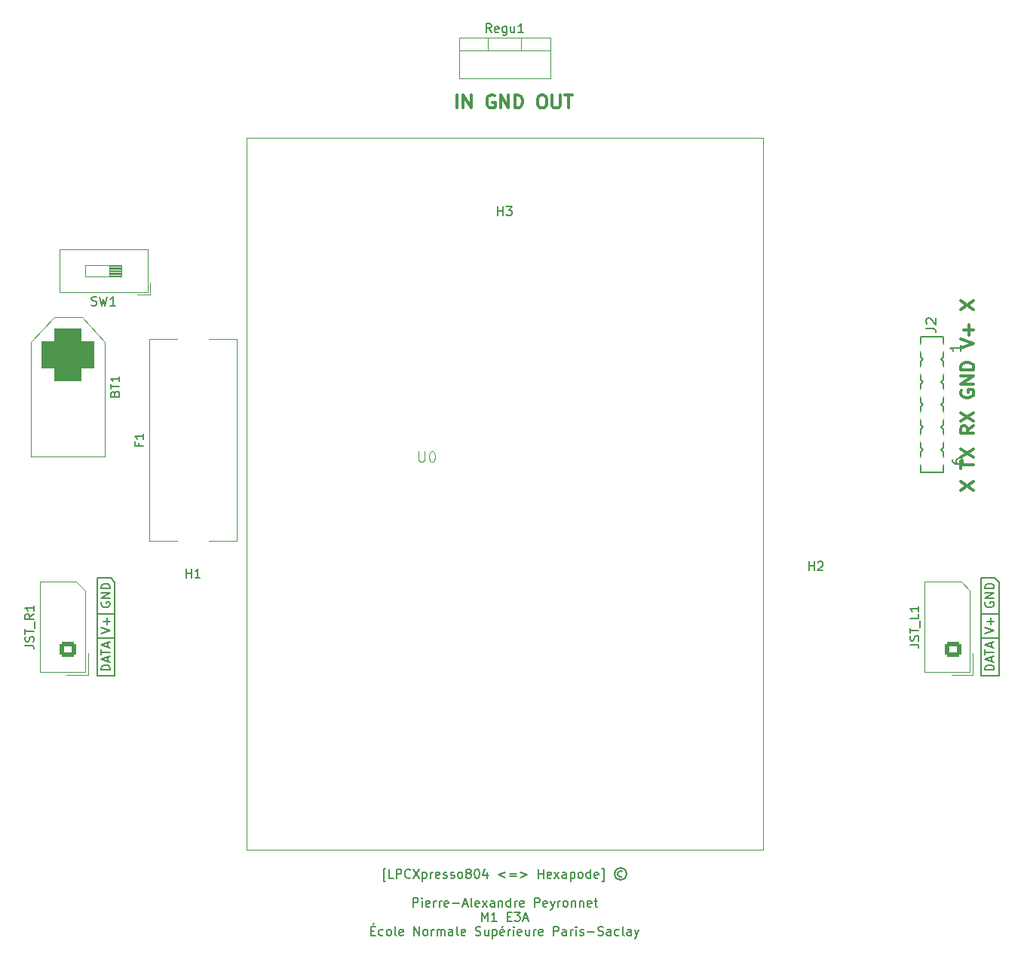
<source format=gto>
G04 #@! TF.GenerationSoftware,KiCad,Pcbnew,(6.0.0)*
G04 #@! TF.CreationDate,2022-05-25T15:36:50+02:00*
G04 #@! TF.ProjectId,CarteUE441_v2,43617274-6555-4453-9434-315f76322e6b,rev?*
G04 #@! TF.SameCoordinates,Original*
G04 #@! TF.FileFunction,Legend,Top*
G04 #@! TF.FilePolarity,Positive*
%FSLAX46Y46*%
G04 Gerber Fmt 4.6, Leading zero omitted, Abs format (unit mm)*
G04 Created by KiCad (PCBNEW (6.0.0)) date 2022-05-25 15:36:50*
%MOMM*%
%LPD*%
G01*
G04 APERTURE LIST*
G04 Aperture macros list*
%AMRoundRect*
0 Rectangle with rounded corners*
0 $1 Rounding radius*
0 $2 $3 $4 $5 $6 $7 $8 $9 X,Y pos of 4 corners*
0 Add a 4 corners polygon primitive as box body*
4,1,4,$2,$3,$4,$5,$6,$7,$8,$9,$2,$3,0*
0 Add four circle primitives for the rounded corners*
1,1,$1+$1,$2,$3*
1,1,$1+$1,$4,$5*
1,1,$1+$1,$6,$7*
1,1,$1+$1,$8,$9*
0 Add four rect primitives between the rounded corners*
20,1,$1+$1,$2,$3,$4,$5,0*
20,1,$1+$1,$4,$5,$6,$7,0*
20,1,$1+$1,$6,$7,$8,$9,0*
20,1,$1+$1,$8,$9,$2,$3,0*%
G04 Aperture macros list end*
%ADD10C,0.300000*%
%ADD11C,0.150000*%
%ADD12C,0.127000*%
%ADD13C,0.101600*%
%ADD14C,0.152400*%
%ADD15C,0.120000*%
%ADD16O,2.844800X1.524000*%
%ADD17R,1.905000X2.000000*%
%ADD18O,1.905000X2.000000*%
%ADD19O,2.619200X1.411200*%
%ADD20C,5.400000*%
%ADD21R,1.600000X1.600000*%
%ADD22O,1.600000X1.600000*%
%ADD23C,2.700000*%
%ADD24C,3.000000*%
%ADD25RoundRect,1.500000X-1.500000X1.500000X-1.500000X-1.500000X1.500000X-1.500000X1.500000X1.500000X0*%
%ADD26C,6.000000*%
%ADD27RoundRect,0.250000X0.675000X-0.600000X0.675000X0.600000X-0.675000X0.600000X-0.675000X-0.600000X0*%
%ADD28O,1.850000X1.700000*%
G04 APERTURE END LIST*
D10*
X192178571Y-102678571D02*
X193678571Y-101678571D01*
X192178571Y-101678571D02*
X193678571Y-102678571D01*
X192178571Y-100178571D02*
X192178571Y-99321428D01*
X193678571Y-99750000D02*
X192178571Y-99750000D01*
X192178571Y-98964285D02*
X193678571Y-97964285D01*
X192178571Y-97964285D02*
X193678571Y-98964285D01*
X193678571Y-95392857D02*
X192964285Y-95892857D01*
X193678571Y-96250000D02*
X192178571Y-96250000D01*
X192178571Y-95678571D01*
X192250000Y-95535714D01*
X192321428Y-95464285D01*
X192464285Y-95392857D01*
X192678571Y-95392857D01*
X192821428Y-95464285D01*
X192892857Y-95535714D01*
X192964285Y-95678571D01*
X192964285Y-96250000D01*
X192178571Y-94892857D02*
X193678571Y-93892857D01*
X192178571Y-93892857D02*
X193678571Y-94892857D01*
X192250000Y-91392857D02*
X192178571Y-91535714D01*
X192178571Y-91750000D01*
X192250000Y-91964285D01*
X192392857Y-92107142D01*
X192535714Y-92178571D01*
X192821428Y-92250000D01*
X193035714Y-92250000D01*
X193321428Y-92178571D01*
X193464285Y-92107142D01*
X193607142Y-91964285D01*
X193678571Y-91750000D01*
X193678571Y-91607142D01*
X193607142Y-91392857D01*
X193535714Y-91321428D01*
X193035714Y-91321428D01*
X193035714Y-91607142D01*
X193678571Y-90678571D02*
X192178571Y-90678571D01*
X193678571Y-89821428D01*
X192178571Y-89821428D01*
X193678571Y-89107142D02*
X192178571Y-89107142D01*
X192178571Y-88750000D01*
X192250000Y-88535714D01*
X192392857Y-88392857D01*
X192535714Y-88321428D01*
X192821428Y-88250000D01*
X193035714Y-88250000D01*
X193321428Y-88321428D01*
X193464285Y-88392857D01*
X193607142Y-88535714D01*
X193678571Y-88750000D01*
X193678571Y-89107142D01*
X192178571Y-86678571D02*
X193678571Y-86178571D01*
X192178571Y-85678571D01*
X193107142Y-85178571D02*
X193107142Y-84035714D01*
X193678571Y-84607142D02*
X192535714Y-84607142D01*
X192178571Y-82321428D02*
X193678571Y-81321428D01*
X192178571Y-81321428D02*
X193678571Y-82321428D01*
X135642857Y-59678571D02*
X135642857Y-58178571D01*
X136357142Y-59678571D02*
X136357142Y-58178571D01*
X137214285Y-59678571D01*
X137214285Y-58178571D01*
X139857142Y-58250000D02*
X139714285Y-58178571D01*
X139500000Y-58178571D01*
X139285714Y-58250000D01*
X139142857Y-58392857D01*
X139071428Y-58535714D01*
X139000000Y-58821428D01*
X139000000Y-59035714D01*
X139071428Y-59321428D01*
X139142857Y-59464285D01*
X139285714Y-59607142D01*
X139500000Y-59678571D01*
X139642857Y-59678571D01*
X139857142Y-59607142D01*
X139928571Y-59535714D01*
X139928571Y-59035714D01*
X139642857Y-59035714D01*
X140571428Y-59678571D02*
X140571428Y-58178571D01*
X141428571Y-59678571D01*
X141428571Y-58178571D01*
X142142857Y-59678571D02*
X142142857Y-58178571D01*
X142500000Y-58178571D01*
X142714285Y-58250000D01*
X142857142Y-58392857D01*
X142928571Y-58535714D01*
X143000000Y-58821428D01*
X143000000Y-59035714D01*
X142928571Y-59321428D01*
X142857142Y-59464285D01*
X142714285Y-59607142D01*
X142500000Y-59678571D01*
X142142857Y-59678571D01*
X145071428Y-58178571D02*
X145357142Y-58178571D01*
X145500000Y-58250000D01*
X145642857Y-58392857D01*
X145714285Y-58678571D01*
X145714285Y-59178571D01*
X145642857Y-59464285D01*
X145500000Y-59607142D01*
X145357142Y-59678571D01*
X145071428Y-59678571D01*
X144928571Y-59607142D01*
X144785714Y-59464285D01*
X144714285Y-59178571D01*
X144714285Y-58678571D01*
X144785714Y-58392857D01*
X144928571Y-58250000D01*
X145071428Y-58178571D01*
X146357142Y-58178571D02*
X146357142Y-59392857D01*
X146428571Y-59535714D01*
X146500000Y-59607142D01*
X146642857Y-59678571D01*
X146928571Y-59678571D01*
X147071428Y-59607142D01*
X147142857Y-59535714D01*
X147214285Y-59392857D01*
X147214285Y-58178571D01*
X147714285Y-58178571D02*
X148571428Y-58178571D01*
X148142857Y-59678571D02*
X148142857Y-58178571D01*
D11*
X196000000Y-112500000D02*
X196500000Y-113000000D01*
X97250000Y-113000000D02*
X97250000Y-123500000D01*
X97250000Y-116500000D02*
X95250000Y-116500000D01*
X194500000Y-112500000D02*
X196000000Y-112500000D01*
X196500000Y-119250000D02*
X196500000Y-116500000D01*
X95250000Y-123500000D02*
X95250000Y-112500000D01*
X95250000Y-112500000D02*
X96750000Y-112500000D01*
X194500000Y-119250000D02*
X196500000Y-119250000D01*
X97250000Y-123500000D02*
X95250000Y-123500000D01*
X194500000Y-123500000D02*
X194500000Y-112500000D01*
X96750000Y-112500000D02*
X97250000Y-113000000D01*
X95250000Y-119250000D02*
X97250000Y-119250000D01*
X196500000Y-116500000D02*
X194500000Y-116500000D01*
X196500000Y-123500000D02*
X194500000Y-123500000D01*
X196500000Y-113000000D02*
X196500000Y-123500000D01*
X127642857Y-146565714D02*
X127404761Y-146565714D01*
X127404761Y-145137142D01*
X127642857Y-145137142D01*
X128500000Y-146232380D02*
X128023809Y-146232380D01*
X128023809Y-145232380D01*
X128833333Y-146232380D02*
X128833333Y-145232380D01*
X129214285Y-145232380D01*
X129309523Y-145280000D01*
X129357142Y-145327619D01*
X129404761Y-145422857D01*
X129404761Y-145565714D01*
X129357142Y-145660952D01*
X129309523Y-145708571D01*
X129214285Y-145756190D01*
X128833333Y-145756190D01*
X130404761Y-146137142D02*
X130357142Y-146184761D01*
X130214285Y-146232380D01*
X130119047Y-146232380D01*
X129976190Y-146184761D01*
X129880952Y-146089523D01*
X129833333Y-145994285D01*
X129785714Y-145803809D01*
X129785714Y-145660952D01*
X129833333Y-145470476D01*
X129880952Y-145375238D01*
X129976190Y-145280000D01*
X130119047Y-145232380D01*
X130214285Y-145232380D01*
X130357142Y-145280000D01*
X130404761Y-145327619D01*
X130738095Y-145232380D02*
X131404761Y-146232380D01*
X131404761Y-145232380D02*
X130738095Y-146232380D01*
X131785714Y-145565714D02*
X131785714Y-146565714D01*
X131785714Y-145613333D02*
X131880952Y-145565714D01*
X132071428Y-145565714D01*
X132166666Y-145613333D01*
X132214285Y-145660952D01*
X132261904Y-145756190D01*
X132261904Y-146041904D01*
X132214285Y-146137142D01*
X132166666Y-146184761D01*
X132071428Y-146232380D01*
X131880952Y-146232380D01*
X131785714Y-146184761D01*
X132690476Y-146232380D02*
X132690476Y-145565714D01*
X132690476Y-145756190D02*
X132738095Y-145660952D01*
X132785714Y-145613333D01*
X132880952Y-145565714D01*
X132976190Y-145565714D01*
X133690476Y-146184761D02*
X133595238Y-146232380D01*
X133404761Y-146232380D01*
X133309523Y-146184761D01*
X133261904Y-146089523D01*
X133261904Y-145708571D01*
X133309523Y-145613333D01*
X133404761Y-145565714D01*
X133595238Y-145565714D01*
X133690476Y-145613333D01*
X133738095Y-145708571D01*
X133738095Y-145803809D01*
X133261904Y-145899047D01*
X134119047Y-146184761D02*
X134214285Y-146232380D01*
X134404761Y-146232380D01*
X134500000Y-146184761D01*
X134547619Y-146089523D01*
X134547619Y-146041904D01*
X134500000Y-145946666D01*
X134404761Y-145899047D01*
X134261904Y-145899047D01*
X134166666Y-145851428D01*
X134119047Y-145756190D01*
X134119047Y-145708571D01*
X134166666Y-145613333D01*
X134261904Y-145565714D01*
X134404761Y-145565714D01*
X134500000Y-145613333D01*
X134928571Y-146184761D02*
X135023809Y-146232380D01*
X135214285Y-146232380D01*
X135309523Y-146184761D01*
X135357142Y-146089523D01*
X135357142Y-146041904D01*
X135309523Y-145946666D01*
X135214285Y-145899047D01*
X135071428Y-145899047D01*
X134976190Y-145851428D01*
X134928571Y-145756190D01*
X134928571Y-145708571D01*
X134976190Y-145613333D01*
X135071428Y-145565714D01*
X135214285Y-145565714D01*
X135309523Y-145613333D01*
X135928571Y-146232380D02*
X135833333Y-146184761D01*
X135785714Y-146137142D01*
X135738095Y-146041904D01*
X135738095Y-145756190D01*
X135785714Y-145660952D01*
X135833333Y-145613333D01*
X135928571Y-145565714D01*
X136071428Y-145565714D01*
X136166666Y-145613333D01*
X136214285Y-145660952D01*
X136261904Y-145756190D01*
X136261904Y-146041904D01*
X136214285Y-146137142D01*
X136166666Y-146184761D01*
X136071428Y-146232380D01*
X135928571Y-146232380D01*
X136833333Y-145660952D02*
X136738095Y-145613333D01*
X136690476Y-145565714D01*
X136642857Y-145470476D01*
X136642857Y-145422857D01*
X136690476Y-145327619D01*
X136738095Y-145280000D01*
X136833333Y-145232380D01*
X137023809Y-145232380D01*
X137119047Y-145280000D01*
X137166666Y-145327619D01*
X137214285Y-145422857D01*
X137214285Y-145470476D01*
X137166666Y-145565714D01*
X137119047Y-145613333D01*
X137023809Y-145660952D01*
X136833333Y-145660952D01*
X136738095Y-145708571D01*
X136690476Y-145756190D01*
X136642857Y-145851428D01*
X136642857Y-146041904D01*
X136690476Y-146137142D01*
X136738095Y-146184761D01*
X136833333Y-146232380D01*
X137023809Y-146232380D01*
X137119047Y-146184761D01*
X137166666Y-146137142D01*
X137214285Y-146041904D01*
X137214285Y-145851428D01*
X137166666Y-145756190D01*
X137119047Y-145708571D01*
X137023809Y-145660952D01*
X137833333Y-145232380D02*
X137928571Y-145232380D01*
X138023809Y-145280000D01*
X138071428Y-145327619D01*
X138119047Y-145422857D01*
X138166666Y-145613333D01*
X138166666Y-145851428D01*
X138119047Y-146041904D01*
X138071428Y-146137142D01*
X138023809Y-146184761D01*
X137928571Y-146232380D01*
X137833333Y-146232380D01*
X137738095Y-146184761D01*
X137690476Y-146137142D01*
X137642857Y-146041904D01*
X137595238Y-145851428D01*
X137595238Y-145613333D01*
X137642857Y-145422857D01*
X137690476Y-145327619D01*
X137738095Y-145280000D01*
X137833333Y-145232380D01*
X139023809Y-145565714D02*
X139023809Y-146232380D01*
X138785714Y-145184761D02*
X138547619Y-145899047D01*
X139166666Y-145899047D01*
X141071428Y-145565714D02*
X140309523Y-145851428D01*
X141071428Y-146137142D01*
X141547619Y-145708571D02*
X142309523Y-145708571D01*
X142309523Y-145994285D02*
X141547619Y-145994285D01*
X142785714Y-145565714D02*
X143547619Y-145851428D01*
X142785714Y-146137142D01*
X144785714Y-146232380D02*
X144785714Y-145232380D01*
X144785714Y-145708571D02*
X145357142Y-145708571D01*
X145357142Y-146232380D02*
X145357142Y-145232380D01*
X146214285Y-146184761D02*
X146119047Y-146232380D01*
X145928571Y-146232380D01*
X145833333Y-146184761D01*
X145785714Y-146089523D01*
X145785714Y-145708571D01*
X145833333Y-145613333D01*
X145928571Y-145565714D01*
X146119047Y-145565714D01*
X146214285Y-145613333D01*
X146261904Y-145708571D01*
X146261904Y-145803809D01*
X145785714Y-145899047D01*
X146595238Y-146232380D02*
X147119047Y-145565714D01*
X146595238Y-145565714D02*
X147119047Y-146232380D01*
X147928571Y-146232380D02*
X147928571Y-145708571D01*
X147880952Y-145613333D01*
X147785714Y-145565714D01*
X147595238Y-145565714D01*
X147500000Y-145613333D01*
X147928571Y-146184761D02*
X147833333Y-146232380D01*
X147595238Y-146232380D01*
X147500000Y-146184761D01*
X147452380Y-146089523D01*
X147452380Y-145994285D01*
X147500000Y-145899047D01*
X147595238Y-145851428D01*
X147833333Y-145851428D01*
X147928571Y-145803809D01*
X148404761Y-145565714D02*
X148404761Y-146565714D01*
X148404761Y-145613333D02*
X148500000Y-145565714D01*
X148690476Y-145565714D01*
X148785714Y-145613333D01*
X148833333Y-145660952D01*
X148880952Y-145756190D01*
X148880952Y-146041904D01*
X148833333Y-146137142D01*
X148785714Y-146184761D01*
X148690476Y-146232380D01*
X148500000Y-146232380D01*
X148404761Y-146184761D01*
X149452380Y-146232380D02*
X149357142Y-146184761D01*
X149309523Y-146137142D01*
X149261904Y-146041904D01*
X149261904Y-145756190D01*
X149309523Y-145660952D01*
X149357142Y-145613333D01*
X149452380Y-145565714D01*
X149595238Y-145565714D01*
X149690476Y-145613333D01*
X149738095Y-145660952D01*
X149785714Y-145756190D01*
X149785714Y-146041904D01*
X149738095Y-146137142D01*
X149690476Y-146184761D01*
X149595238Y-146232380D01*
X149452380Y-146232380D01*
X150642857Y-146232380D02*
X150642857Y-145232380D01*
X150642857Y-146184761D02*
X150547619Y-146232380D01*
X150357142Y-146232380D01*
X150261904Y-146184761D01*
X150214285Y-146137142D01*
X150166666Y-146041904D01*
X150166666Y-145756190D01*
X150214285Y-145660952D01*
X150261904Y-145613333D01*
X150357142Y-145565714D01*
X150547619Y-145565714D01*
X150642857Y-145613333D01*
X151500000Y-146184761D02*
X151404761Y-146232380D01*
X151214285Y-146232380D01*
X151119047Y-146184761D01*
X151071428Y-146089523D01*
X151071428Y-145708571D01*
X151119047Y-145613333D01*
X151214285Y-145565714D01*
X151404761Y-145565714D01*
X151500000Y-145613333D01*
X151547619Y-145708571D01*
X151547619Y-145803809D01*
X151071428Y-145899047D01*
X151880952Y-146565714D02*
X152119047Y-146565714D01*
X152119047Y-145137142D01*
X151880952Y-145137142D01*
X154214285Y-145470476D02*
X154119047Y-145422857D01*
X153928571Y-145422857D01*
X153833333Y-145470476D01*
X153738095Y-145565714D01*
X153690476Y-145660952D01*
X153690476Y-145851428D01*
X153738095Y-145946666D01*
X153833333Y-146041904D01*
X153928571Y-146089523D01*
X154119047Y-146089523D01*
X154214285Y-146041904D01*
X154023809Y-145089523D02*
X153785714Y-145137142D01*
X153547619Y-145280000D01*
X153404761Y-145518095D01*
X153357142Y-145756190D01*
X153404761Y-145994285D01*
X153547619Y-146232380D01*
X153785714Y-146375238D01*
X154023809Y-146422857D01*
X154261904Y-146375238D01*
X154500000Y-146232380D01*
X154642857Y-145994285D01*
X154690476Y-145756190D01*
X154642857Y-145518095D01*
X154500000Y-145280000D01*
X154261904Y-145137142D01*
X154023809Y-145089523D01*
X130714285Y-149452380D02*
X130714285Y-148452380D01*
X131095238Y-148452380D01*
X131190476Y-148500000D01*
X131238095Y-148547619D01*
X131285714Y-148642857D01*
X131285714Y-148785714D01*
X131238095Y-148880952D01*
X131190476Y-148928571D01*
X131095238Y-148976190D01*
X130714285Y-148976190D01*
X131714285Y-149452380D02*
X131714285Y-148785714D01*
X131714285Y-148452380D02*
X131666666Y-148500000D01*
X131714285Y-148547619D01*
X131761904Y-148500000D01*
X131714285Y-148452380D01*
X131714285Y-148547619D01*
X132571428Y-149404761D02*
X132476190Y-149452380D01*
X132285714Y-149452380D01*
X132190476Y-149404761D01*
X132142857Y-149309523D01*
X132142857Y-148928571D01*
X132190476Y-148833333D01*
X132285714Y-148785714D01*
X132476190Y-148785714D01*
X132571428Y-148833333D01*
X132619047Y-148928571D01*
X132619047Y-149023809D01*
X132142857Y-149119047D01*
X133047619Y-149452380D02*
X133047619Y-148785714D01*
X133047619Y-148976190D02*
X133095238Y-148880952D01*
X133142857Y-148833333D01*
X133238095Y-148785714D01*
X133333333Y-148785714D01*
X133666666Y-149452380D02*
X133666666Y-148785714D01*
X133666666Y-148976190D02*
X133714285Y-148880952D01*
X133761904Y-148833333D01*
X133857142Y-148785714D01*
X133952380Y-148785714D01*
X134666666Y-149404761D02*
X134571428Y-149452380D01*
X134380952Y-149452380D01*
X134285714Y-149404761D01*
X134238095Y-149309523D01*
X134238095Y-148928571D01*
X134285714Y-148833333D01*
X134380952Y-148785714D01*
X134571428Y-148785714D01*
X134666666Y-148833333D01*
X134714285Y-148928571D01*
X134714285Y-149023809D01*
X134238095Y-149119047D01*
X135142857Y-149071428D02*
X135904761Y-149071428D01*
X136333333Y-149166666D02*
X136809523Y-149166666D01*
X136238095Y-149452380D02*
X136571428Y-148452380D01*
X136904761Y-149452380D01*
X137380952Y-149452380D02*
X137285714Y-149404761D01*
X137238095Y-149309523D01*
X137238095Y-148452380D01*
X138142857Y-149404761D02*
X138047619Y-149452380D01*
X137857142Y-149452380D01*
X137761904Y-149404761D01*
X137714285Y-149309523D01*
X137714285Y-148928571D01*
X137761904Y-148833333D01*
X137857142Y-148785714D01*
X138047619Y-148785714D01*
X138142857Y-148833333D01*
X138190476Y-148928571D01*
X138190476Y-149023809D01*
X137714285Y-149119047D01*
X138523809Y-149452380D02*
X139047619Y-148785714D01*
X138523809Y-148785714D02*
X139047619Y-149452380D01*
X139857142Y-149452380D02*
X139857142Y-148928571D01*
X139809523Y-148833333D01*
X139714285Y-148785714D01*
X139523809Y-148785714D01*
X139428571Y-148833333D01*
X139857142Y-149404761D02*
X139761904Y-149452380D01*
X139523809Y-149452380D01*
X139428571Y-149404761D01*
X139380952Y-149309523D01*
X139380952Y-149214285D01*
X139428571Y-149119047D01*
X139523809Y-149071428D01*
X139761904Y-149071428D01*
X139857142Y-149023809D01*
X140333333Y-148785714D02*
X140333333Y-149452380D01*
X140333333Y-148880952D02*
X140380952Y-148833333D01*
X140476190Y-148785714D01*
X140619047Y-148785714D01*
X140714285Y-148833333D01*
X140761904Y-148928571D01*
X140761904Y-149452380D01*
X141666666Y-149452380D02*
X141666666Y-148452380D01*
X141666666Y-149404761D02*
X141571428Y-149452380D01*
X141380952Y-149452380D01*
X141285714Y-149404761D01*
X141238095Y-149357142D01*
X141190476Y-149261904D01*
X141190476Y-148976190D01*
X141238095Y-148880952D01*
X141285714Y-148833333D01*
X141380952Y-148785714D01*
X141571428Y-148785714D01*
X141666666Y-148833333D01*
X142142857Y-149452380D02*
X142142857Y-148785714D01*
X142142857Y-148976190D02*
X142190476Y-148880952D01*
X142238095Y-148833333D01*
X142333333Y-148785714D01*
X142428571Y-148785714D01*
X143142857Y-149404761D02*
X143047619Y-149452380D01*
X142857142Y-149452380D01*
X142761904Y-149404761D01*
X142714285Y-149309523D01*
X142714285Y-148928571D01*
X142761904Y-148833333D01*
X142857142Y-148785714D01*
X143047619Y-148785714D01*
X143142857Y-148833333D01*
X143190476Y-148928571D01*
X143190476Y-149023809D01*
X142714285Y-149119047D01*
X144380952Y-149452380D02*
X144380952Y-148452380D01*
X144761904Y-148452380D01*
X144857142Y-148500000D01*
X144904761Y-148547619D01*
X144952380Y-148642857D01*
X144952380Y-148785714D01*
X144904761Y-148880952D01*
X144857142Y-148928571D01*
X144761904Y-148976190D01*
X144380952Y-148976190D01*
X145761904Y-149404761D02*
X145666666Y-149452380D01*
X145476190Y-149452380D01*
X145380952Y-149404761D01*
X145333333Y-149309523D01*
X145333333Y-148928571D01*
X145380952Y-148833333D01*
X145476190Y-148785714D01*
X145666666Y-148785714D01*
X145761904Y-148833333D01*
X145809523Y-148928571D01*
X145809523Y-149023809D01*
X145333333Y-149119047D01*
X146142857Y-148785714D02*
X146380952Y-149452380D01*
X146619047Y-148785714D02*
X146380952Y-149452380D01*
X146285714Y-149690476D01*
X146238095Y-149738095D01*
X146142857Y-149785714D01*
X147000000Y-149452380D02*
X147000000Y-148785714D01*
X147000000Y-148976190D02*
X147047619Y-148880952D01*
X147095238Y-148833333D01*
X147190476Y-148785714D01*
X147285714Y-148785714D01*
X147761904Y-149452380D02*
X147666666Y-149404761D01*
X147619047Y-149357142D01*
X147571428Y-149261904D01*
X147571428Y-148976190D01*
X147619047Y-148880952D01*
X147666666Y-148833333D01*
X147761904Y-148785714D01*
X147904761Y-148785714D01*
X148000000Y-148833333D01*
X148047619Y-148880952D01*
X148095238Y-148976190D01*
X148095238Y-149261904D01*
X148047619Y-149357142D01*
X148000000Y-149404761D01*
X147904761Y-149452380D01*
X147761904Y-149452380D01*
X148523809Y-148785714D02*
X148523809Y-149452380D01*
X148523809Y-148880952D02*
X148571428Y-148833333D01*
X148666666Y-148785714D01*
X148809523Y-148785714D01*
X148904761Y-148833333D01*
X148952380Y-148928571D01*
X148952380Y-149452380D01*
X149428571Y-148785714D02*
X149428571Y-149452380D01*
X149428571Y-148880952D02*
X149476190Y-148833333D01*
X149571428Y-148785714D01*
X149714285Y-148785714D01*
X149809523Y-148833333D01*
X149857142Y-148928571D01*
X149857142Y-149452380D01*
X150714285Y-149404761D02*
X150619047Y-149452380D01*
X150428571Y-149452380D01*
X150333333Y-149404761D01*
X150285714Y-149309523D01*
X150285714Y-148928571D01*
X150333333Y-148833333D01*
X150428571Y-148785714D01*
X150619047Y-148785714D01*
X150714285Y-148833333D01*
X150761904Y-148928571D01*
X150761904Y-149023809D01*
X150285714Y-149119047D01*
X151047619Y-148785714D02*
X151428571Y-148785714D01*
X151190476Y-148452380D02*
X151190476Y-149309523D01*
X151238095Y-149404761D01*
X151333333Y-149452380D01*
X151428571Y-149452380D01*
X138452380Y-151062380D02*
X138452380Y-150062380D01*
X138785714Y-150776666D01*
X139119047Y-150062380D01*
X139119047Y-151062380D01*
X140119047Y-151062380D02*
X139547619Y-151062380D01*
X139833333Y-151062380D02*
X139833333Y-150062380D01*
X139738095Y-150205238D01*
X139642857Y-150300476D01*
X139547619Y-150348095D01*
X141309523Y-150538571D02*
X141642857Y-150538571D01*
X141785714Y-151062380D02*
X141309523Y-151062380D01*
X141309523Y-150062380D01*
X141785714Y-150062380D01*
X142119047Y-150062380D02*
X142738095Y-150062380D01*
X142404761Y-150443333D01*
X142547619Y-150443333D01*
X142642857Y-150490952D01*
X142690476Y-150538571D01*
X142738095Y-150633809D01*
X142738095Y-150871904D01*
X142690476Y-150967142D01*
X142642857Y-151014761D01*
X142547619Y-151062380D01*
X142261904Y-151062380D01*
X142166666Y-151014761D01*
X142119047Y-150967142D01*
X143119047Y-150776666D02*
X143595238Y-150776666D01*
X143023809Y-151062380D02*
X143357142Y-150062380D01*
X143690476Y-151062380D01*
X126023809Y-152148571D02*
X126357142Y-152148571D01*
X126500000Y-152672380D02*
X126023809Y-152672380D01*
X126023809Y-151672380D01*
X126500000Y-151672380D01*
X126357142Y-151291428D02*
X126214285Y-151434285D01*
X127357142Y-152624761D02*
X127261904Y-152672380D01*
X127071428Y-152672380D01*
X126976190Y-152624761D01*
X126928571Y-152577142D01*
X126880952Y-152481904D01*
X126880952Y-152196190D01*
X126928571Y-152100952D01*
X126976190Y-152053333D01*
X127071428Y-152005714D01*
X127261904Y-152005714D01*
X127357142Y-152053333D01*
X127928571Y-152672380D02*
X127833333Y-152624761D01*
X127785714Y-152577142D01*
X127738095Y-152481904D01*
X127738095Y-152196190D01*
X127785714Y-152100952D01*
X127833333Y-152053333D01*
X127928571Y-152005714D01*
X128071428Y-152005714D01*
X128166666Y-152053333D01*
X128214285Y-152100952D01*
X128261904Y-152196190D01*
X128261904Y-152481904D01*
X128214285Y-152577142D01*
X128166666Y-152624761D01*
X128071428Y-152672380D01*
X127928571Y-152672380D01*
X128833333Y-152672380D02*
X128738095Y-152624761D01*
X128690476Y-152529523D01*
X128690476Y-151672380D01*
X129595238Y-152624761D02*
X129500000Y-152672380D01*
X129309523Y-152672380D01*
X129214285Y-152624761D01*
X129166666Y-152529523D01*
X129166666Y-152148571D01*
X129214285Y-152053333D01*
X129309523Y-152005714D01*
X129500000Y-152005714D01*
X129595238Y-152053333D01*
X129642857Y-152148571D01*
X129642857Y-152243809D01*
X129166666Y-152339047D01*
X130833333Y-152672380D02*
X130833333Y-151672380D01*
X131404761Y-152672380D01*
X131404761Y-151672380D01*
X132023809Y-152672380D02*
X131928571Y-152624761D01*
X131880952Y-152577142D01*
X131833333Y-152481904D01*
X131833333Y-152196190D01*
X131880952Y-152100952D01*
X131928571Y-152053333D01*
X132023809Y-152005714D01*
X132166666Y-152005714D01*
X132261904Y-152053333D01*
X132309523Y-152100952D01*
X132357142Y-152196190D01*
X132357142Y-152481904D01*
X132309523Y-152577142D01*
X132261904Y-152624761D01*
X132166666Y-152672380D01*
X132023809Y-152672380D01*
X132785714Y-152672380D02*
X132785714Y-152005714D01*
X132785714Y-152196190D02*
X132833333Y-152100952D01*
X132880952Y-152053333D01*
X132976190Y-152005714D01*
X133071428Y-152005714D01*
X133404761Y-152672380D02*
X133404761Y-152005714D01*
X133404761Y-152100952D02*
X133452380Y-152053333D01*
X133547619Y-152005714D01*
X133690476Y-152005714D01*
X133785714Y-152053333D01*
X133833333Y-152148571D01*
X133833333Y-152672380D01*
X133833333Y-152148571D02*
X133880952Y-152053333D01*
X133976190Y-152005714D01*
X134119047Y-152005714D01*
X134214285Y-152053333D01*
X134261904Y-152148571D01*
X134261904Y-152672380D01*
X135166666Y-152672380D02*
X135166666Y-152148571D01*
X135119047Y-152053333D01*
X135023809Y-152005714D01*
X134833333Y-152005714D01*
X134738095Y-152053333D01*
X135166666Y-152624761D02*
X135071428Y-152672380D01*
X134833333Y-152672380D01*
X134738095Y-152624761D01*
X134690476Y-152529523D01*
X134690476Y-152434285D01*
X134738095Y-152339047D01*
X134833333Y-152291428D01*
X135071428Y-152291428D01*
X135166666Y-152243809D01*
X135785714Y-152672380D02*
X135690476Y-152624761D01*
X135642857Y-152529523D01*
X135642857Y-151672380D01*
X136547619Y-152624761D02*
X136452380Y-152672380D01*
X136261904Y-152672380D01*
X136166666Y-152624761D01*
X136119047Y-152529523D01*
X136119047Y-152148571D01*
X136166666Y-152053333D01*
X136261904Y-152005714D01*
X136452380Y-152005714D01*
X136547619Y-152053333D01*
X136595238Y-152148571D01*
X136595238Y-152243809D01*
X136119047Y-152339047D01*
X137738095Y-152624761D02*
X137880952Y-152672380D01*
X138119047Y-152672380D01*
X138214285Y-152624761D01*
X138261904Y-152577142D01*
X138309523Y-152481904D01*
X138309523Y-152386666D01*
X138261904Y-152291428D01*
X138214285Y-152243809D01*
X138119047Y-152196190D01*
X137928571Y-152148571D01*
X137833333Y-152100952D01*
X137785714Y-152053333D01*
X137738095Y-151958095D01*
X137738095Y-151862857D01*
X137785714Y-151767619D01*
X137833333Y-151720000D01*
X137928571Y-151672380D01*
X138166666Y-151672380D01*
X138309523Y-151720000D01*
X139166666Y-152005714D02*
X139166666Y-152672380D01*
X138738095Y-152005714D02*
X138738095Y-152529523D01*
X138785714Y-152624761D01*
X138880952Y-152672380D01*
X139023809Y-152672380D01*
X139119047Y-152624761D01*
X139166666Y-152577142D01*
X139642857Y-152005714D02*
X139642857Y-153005714D01*
X139642857Y-152053333D02*
X139738095Y-152005714D01*
X139928571Y-152005714D01*
X140023809Y-152053333D01*
X140071428Y-152100952D01*
X140119047Y-152196190D01*
X140119047Y-152481904D01*
X140071428Y-152577142D01*
X140023809Y-152624761D01*
X139928571Y-152672380D01*
X139738095Y-152672380D01*
X139642857Y-152624761D01*
X140928571Y-152624761D02*
X140833333Y-152672380D01*
X140642857Y-152672380D01*
X140547619Y-152624761D01*
X140500000Y-152529523D01*
X140500000Y-152148571D01*
X140547619Y-152053333D01*
X140642857Y-152005714D01*
X140833333Y-152005714D01*
X140928571Y-152053333D01*
X140976190Y-152148571D01*
X140976190Y-152243809D01*
X140500000Y-152339047D01*
X140833333Y-151624761D02*
X140690476Y-151767619D01*
X141404761Y-152672380D02*
X141404761Y-152005714D01*
X141404761Y-152196190D02*
X141452380Y-152100952D01*
X141500000Y-152053333D01*
X141595238Y-152005714D01*
X141690476Y-152005714D01*
X142023809Y-152672380D02*
X142023809Y-152005714D01*
X142023809Y-151672380D02*
X141976190Y-151720000D01*
X142023809Y-151767619D01*
X142071428Y-151720000D01*
X142023809Y-151672380D01*
X142023809Y-151767619D01*
X142880952Y-152624761D02*
X142785714Y-152672380D01*
X142595238Y-152672380D01*
X142500000Y-152624761D01*
X142452380Y-152529523D01*
X142452380Y-152148571D01*
X142500000Y-152053333D01*
X142595238Y-152005714D01*
X142785714Y-152005714D01*
X142880952Y-152053333D01*
X142928571Y-152148571D01*
X142928571Y-152243809D01*
X142452380Y-152339047D01*
X143785714Y-152005714D02*
X143785714Y-152672380D01*
X143357142Y-152005714D02*
X143357142Y-152529523D01*
X143404761Y-152624761D01*
X143500000Y-152672380D01*
X143642857Y-152672380D01*
X143738095Y-152624761D01*
X143785714Y-152577142D01*
X144261904Y-152672380D02*
X144261904Y-152005714D01*
X144261904Y-152196190D02*
X144309523Y-152100952D01*
X144357142Y-152053333D01*
X144452380Y-152005714D01*
X144547619Y-152005714D01*
X145261904Y-152624761D02*
X145166666Y-152672380D01*
X144976190Y-152672380D01*
X144880952Y-152624761D01*
X144833333Y-152529523D01*
X144833333Y-152148571D01*
X144880952Y-152053333D01*
X144976190Y-152005714D01*
X145166666Y-152005714D01*
X145261904Y-152053333D01*
X145309523Y-152148571D01*
X145309523Y-152243809D01*
X144833333Y-152339047D01*
X146500000Y-152672380D02*
X146500000Y-151672380D01*
X146880952Y-151672380D01*
X146976190Y-151720000D01*
X147023809Y-151767619D01*
X147071428Y-151862857D01*
X147071428Y-152005714D01*
X147023809Y-152100952D01*
X146976190Y-152148571D01*
X146880952Y-152196190D01*
X146500000Y-152196190D01*
X147928571Y-152672380D02*
X147928571Y-152148571D01*
X147880952Y-152053333D01*
X147785714Y-152005714D01*
X147595238Y-152005714D01*
X147500000Y-152053333D01*
X147928571Y-152624761D02*
X147833333Y-152672380D01*
X147595238Y-152672380D01*
X147500000Y-152624761D01*
X147452380Y-152529523D01*
X147452380Y-152434285D01*
X147500000Y-152339047D01*
X147595238Y-152291428D01*
X147833333Y-152291428D01*
X147928571Y-152243809D01*
X148404761Y-152672380D02*
X148404761Y-152005714D01*
X148404761Y-152196190D02*
X148452380Y-152100952D01*
X148500000Y-152053333D01*
X148595238Y-152005714D01*
X148690476Y-152005714D01*
X149023809Y-152672380D02*
X149023809Y-152005714D01*
X149023809Y-151672380D02*
X148976190Y-151720000D01*
X149023809Y-151767619D01*
X149071428Y-151720000D01*
X149023809Y-151672380D01*
X149023809Y-151767619D01*
X149452380Y-152624761D02*
X149547619Y-152672380D01*
X149738095Y-152672380D01*
X149833333Y-152624761D01*
X149880952Y-152529523D01*
X149880952Y-152481904D01*
X149833333Y-152386666D01*
X149738095Y-152339047D01*
X149595238Y-152339047D01*
X149500000Y-152291428D01*
X149452380Y-152196190D01*
X149452380Y-152148571D01*
X149500000Y-152053333D01*
X149595238Y-152005714D01*
X149738095Y-152005714D01*
X149833333Y-152053333D01*
X150309523Y-152291428D02*
X151071428Y-152291428D01*
X151500000Y-152624761D02*
X151642857Y-152672380D01*
X151880952Y-152672380D01*
X151976190Y-152624761D01*
X152023809Y-152577142D01*
X152071428Y-152481904D01*
X152071428Y-152386666D01*
X152023809Y-152291428D01*
X151976190Y-152243809D01*
X151880952Y-152196190D01*
X151690476Y-152148571D01*
X151595238Y-152100952D01*
X151547619Y-152053333D01*
X151500000Y-151958095D01*
X151500000Y-151862857D01*
X151547619Y-151767619D01*
X151595238Y-151720000D01*
X151690476Y-151672380D01*
X151928571Y-151672380D01*
X152071428Y-151720000D01*
X152928571Y-152672380D02*
X152928571Y-152148571D01*
X152880952Y-152053333D01*
X152785714Y-152005714D01*
X152595238Y-152005714D01*
X152500000Y-152053333D01*
X152928571Y-152624761D02*
X152833333Y-152672380D01*
X152595238Y-152672380D01*
X152500000Y-152624761D01*
X152452380Y-152529523D01*
X152452380Y-152434285D01*
X152500000Y-152339047D01*
X152595238Y-152291428D01*
X152833333Y-152291428D01*
X152928571Y-152243809D01*
X153833333Y-152624761D02*
X153738095Y-152672380D01*
X153547619Y-152672380D01*
X153452380Y-152624761D01*
X153404761Y-152577142D01*
X153357142Y-152481904D01*
X153357142Y-152196190D01*
X153404761Y-152100952D01*
X153452380Y-152053333D01*
X153547619Y-152005714D01*
X153738095Y-152005714D01*
X153833333Y-152053333D01*
X154404761Y-152672380D02*
X154309523Y-152624761D01*
X154261904Y-152529523D01*
X154261904Y-151672380D01*
X155214285Y-152672380D02*
X155214285Y-152148571D01*
X155166666Y-152053333D01*
X155071428Y-152005714D01*
X154880952Y-152005714D01*
X154785714Y-152053333D01*
X155214285Y-152624761D02*
X155119047Y-152672380D01*
X154880952Y-152672380D01*
X154785714Y-152624761D01*
X154738095Y-152529523D01*
X154738095Y-152434285D01*
X154785714Y-152339047D01*
X154880952Y-152291428D01*
X155119047Y-152291428D01*
X155214285Y-152243809D01*
X155595238Y-152005714D02*
X155833333Y-152672380D01*
X156071428Y-152005714D02*
X155833333Y-152672380D01*
X155738095Y-152910476D01*
X155690476Y-152958095D01*
X155595238Y-153005714D01*
X96702380Y-122833333D02*
X95702380Y-122833333D01*
X95702380Y-122595238D01*
X95750000Y-122452380D01*
X95845238Y-122357142D01*
X95940476Y-122309523D01*
X96130952Y-122261904D01*
X96273809Y-122261904D01*
X96464285Y-122309523D01*
X96559523Y-122357142D01*
X96654761Y-122452380D01*
X96702380Y-122595238D01*
X96702380Y-122833333D01*
X96416666Y-121880952D02*
X96416666Y-121404761D01*
X96702380Y-121976190D02*
X95702380Y-121642857D01*
X96702380Y-121309523D01*
X95702380Y-121119047D02*
X95702380Y-120547619D01*
X96702380Y-120833333D02*
X95702380Y-120833333D01*
X96416666Y-120261904D02*
X96416666Y-119785714D01*
X96702380Y-120357142D02*
X95702380Y-120023809D01*
X96702380Y-119690476D01*
X95702380Y-118738095D02*
X96702380Y-118404761D01*
X95702380Y-118071428D01*
X96321428Y-117738095D02*
X96321428Y-116976190D01*
X96702380Y-117357142D02*
X95940476Y-117357142D01*
X95750000Y-115214285D02*
X95702380Y-115309523D01*
X95702380Y-115452380D01*
X95750000Y-115595238D01*
X95845238Y-115690476D01*
X95940476Y-115738095D01*
X96130952Y-115785714D01*
X96273809Y-115785714D01*
X96464285Y-115738095D01*
X96559523Y-115690476D01*
X96654761Y-115595238D01*
X96702380Y-115452380D01*
X96702380Y-115357142D01*
X96654761Y-115214285D01*
X96607142Y-115166666D01*
X96273809Y-115166666D01*
X96273809Y-115357142D01*
X96702380Y-114738095D02*
X95702380Y-114738095D01*
X96702380Y-114166666D01*
X95702380Y-114166666D01*
X96702380Y-113690476D02*
X95702380Y-113690476D01*
X95702380Y-113452380D01*
X95750000Y-113309523D01*
X95845238Y-113214285D01*
X95940476Y-113166666D01*
X96130952Y-113119047D01*
X96273809Y-113119047D01*
X96464285Y-113166666D01*
X96559523Y-113214285D01*
X96654761Y-113309523D01*
X96702380Y-113452380D01*
X96702380Y-113690476D01*
X195952380Y-122833333D02*
X194952380Y-122833333D01*
X194952380Y-122595238D01*
X195000000Y-122452380D01*
X195095238Y-122357142D01*
X195190476Y-122309523D01*
X195380952Y-122261904D01*
X195523809Y-122261904D01*
X195714285Y-122309523D01*
X195809523Y-122357142D01*
X195904761Y-122452380D01*
X195952380Y-122595238D01*
X195952380Y-122833333D01*
X195666666Y-121880952D02*
X195666666Y-121404761D01*
X195952380Y-121976190D02*
X194952380Y-121642857D01*
X195952380Y-121309523D01*
X194952380Y-121119047D02*
X194952380Y-120547619D01*
X195952380Y-120833333D02*
X194952380Y-120833333D01*
X195666666Y-120261904D02*
X195666666Y-119785714D01*
X195952380Y-120357142D02*
X194952380Y-120023809D01*
X195952380Y-119690476D01*
X194952380Y-118738095D02*
X195952380Y-118404761D01*
X194952380Y-118071428D01*
X195571428Y-117738095D02*
X195571428Y-116976190D01*
X195952380Y-117357142D02*
X195190476Y-117357142D01*
X195000000Y-115214285D02*
X194952380Y-115309523D01*
X194952380Y-115452380D01*
X195000000Y-115595238D01*
X195095238Y-115690476D01*
X195190476Y-115738095D01*
X195380952Y-115785714D01*
X195523809Y-115785714D01*
X195714285Y-115738095D01*
X195809523Y-115690476D01*
X195904761Y-115595238D01*
X195952380Y-115452380D01*
X195952380Y-115357142D01*
X195904761Y-115214285D01*
X195857142Y-115166666D01*
X195523809Y-115166666D01*
X195523809Y-115357142D01*
X195952380Y-114738095D02*
X194952380Y-114738095D01*
X195952380Y-114166666D01*
X194952380Y-114166666D01*
X195952380Y-113690476D02*
X194952380Y-113690476D01*
X194952380Y-113452380D01*
X195000000Y-113309523D01*
X195095238Y-113214285D01*
X195190476Y-113166666D01*
X195380952Y-113119047D01*
X195523809Y-113119047D01*
X195714285Y-113166666D01*
X195809523Y-113214285D01*
X195904761Y-113309523D01*
X195952380Y-113452380D01*
X195952380Y-113690476D01*
D12*
X188302571Y-84443264D02*
X189119000Y-84443264D01*
X189282285Y-84497692D01*
X189391142Y-84606550D01*
X189445571Y-84769835D01*
X189445571Y-84878692D01*
X188411428Y-83953407D02*
X188357000Y-83898978D01*
X188302571Y-83790121D01*
X188302571Y-83517978D01*
X188357000Y-83409121D01*
X188411428Y-83354692D01*
X188520285Y-83300264D01*
X188629142Y-83300264D01*
X188792428Y-83354692D01*
X189445571Y-84007835D01*
X189445571Y-83300264D01*
X192195571Y-86300264D02*
X192195571Y-86953407D01*
X192195571Y-86626835D02*
X191052571Y-86626835D01*
X191215857Y-86735692D01*
X191324714Y-86844550D01*
X191379142Y-86953407D01*
X191302571Y-99159121D02*
X191302571Y-99376835D01*
X191357000Y-99485692D01*
X191411428Y-99540121D01*
X191574714Y-99648978D01*
X191792428Y-99703407D01*
X192227857Y-99703407D01*
X192336714Y-99648978D01*
X192391142Y-99594550D01*
X192445571Y-99485692D01*
X192445571Y-99267978D01*
X192391142Y-99159121D01*
X192336714Y-99104692D01*
X192227857Y-99050264D01*
X191955714Y-99050264D01*
X191846857Y-99104692D01*
X191792428Y-99159121D01*
X191738000Y-99267978D01*
X191738000Y-99485692D01*
X191792428Y-99594550D01*
X191846857Y-99648978D01*
X191955714Y-99703407D01*
D11*
X139500000Y-51182380D02*
X139166666Y-50706190D01*
X138928571Y-51182380D02*
X138928571Y-50182380D01*
X139309523Y-50182380D01*
X139404761Y-50230000D01*
X139452380Y-50277619D01*
X139500000Y-50372857D01*
X139500000Y-50515714D01*
X139452380Y-50610952D01*
X139404761Y-50658571D01*
X139309523Y-50706190D01*
X138928571Y-50706190D01*
X140309523Y-51134761D02*
X140214285Y-51182380D01*
X140023809Y-51182380D01*
X139928571Y-51134761D01*
X139880952Y-51039523D01*
X139880952Y-50658571D01*
X139928571Y-50563333D01*
X140023809Y-50515714D01*
X140214285Y-50515714D01*
X140309523Y-50563333D01*
X140357142Y-50658571D01*
X140357142Y-50753809D01*
X139880952Y-50849047D01*
X141214285Y-50515714D02*
X141214285Y-51325238D01*
X141166666Y-51420476D01*
X141119047Y-51468095D01*
X141023809Y-51515714D01*
X140880952Y-51515714D01*
X140785714Y-51468095D01*
X141214285Y-51134761D02*
X141119047Y-51182380D01*
X140928571Y-51182380D01*
X140833333Y-51134761D01*
X140785714Y-51087142D01*
X140738095Y-50991904D01*
X140738095Y-50706190D01*
X140785714Y-50610952D01*
X140833333Y-50563333D01*
X140928571Y-50515714D01*
X141119047Y-50515714D01*
X141214285Y-50563333D01*
X142119047Y-50515714D02*
X142119047Y-51182380D01*
X141690476Y-50515714D02*
X141690476Y-51039523D01*
X141738095Y-51134761D01*
X141833333Y-51182380D01*
X141976190Y-51182380D01*
X142071428Y-51134761D01*
X142119047Y-51087142D01*
X143119047Y-51182380D02*
X142547619Y-51182380D01*
X142833333Y-51182380D02*
X142833333Y-50182380D01*
X142738095Y-50325238D01*
X142642857Y-50420476D01*
X142547619Y-50468095D01*
D13*
X131344230Y-98275961D02*
X131344230Y-99221809D01*
X131399868Y-99333085D01*
X131455506Y-99388723D01*
X131566782Y-99444361D01*
X131789335Y-99444361D01*
X131900611Y-99388723D01*
X131956249Y-99333085D01*
X132011887Y-99221809D01*
X132011887Y-98275961D01*
X132790820Y-98275961D02*
X132902097Y-98275961D01*
X133013373Y-98331600D01*
X133069011Y-98387238D01*
X133124649Y-98498514D01*
X133180287Y-98721066D01*
X133180287Y-98999257D01*
X133124649Y-99221809D01*
X133069011Y-99333085D01*
X133013373Y-99388723D01*
X132902097Y-99444361D01*
X132790820Y-99444361D01*
X132679544Y-99388723D01*
X132623906Y-99333085D01*
X132568268Y-99221809D01*
X132512630Y-98999257D01*
X132512630Y-98721066D01*
X132568268Y-98498514D01*
X132623906Y-98387238D01*
X132679544Y-98331600D01*
X132790820Y-98275961D01*
D11*
X140238095Y-71752380D02*
X140238095Y-70752380D01*
X140238095Y-71228571D02*
X140809523Y-71228571D01*
X140809523Y-71752380D02*
X140809523Y-70752380D01*
X141190476Y-70752380D02*
X141809523Y-70752380D01*
X141476190Y-71133333D01*
X141619047Y-71133333D01*
X141714285Y-71180952D01*
X141761904Y-71228571D01*
X141809523Y-71323809D01*
X141809523Y-71561904D01*
X141761904Y-71657142D01*
X141714285Y-71704761D01*
X141619047Y-71752380D01*
X141333333Y-71752380D01*
X141238095Y-71704761D01*
X141190476Y-71657142D01*
X94624166Y-81824761D02*
X94767023Y-81872380D01*
X95005119Y-81872380D01*
X95100357Y-81824761D01*
X95147976Y-81777142D01*
X95195595Y-81681904D01*
X95195595Y-81586666D01*
X95147976Y-81491428D01*
X95100357Y-81443809D01*
X95005119Y-81396190D01*
X94814642Y-81348571D01*
X94719404Y-81300952D01*
X94671785Y-81253333D01*
X94624166Y-81158095D01*
X94624166Y-81062857D01*
X94671785Y-80967619D01*
X94719404Y-80920000D01*
X94814642Y-80872380D01*
X95052738Y-80872380D01*
X95195595Y-80920000D01*
X95528928Y-80872380D02*
X95767023Y-81872380D01*
X95957500Y-81158095D01*
X96147976Y-81872380D01*
X96386071Y-80872380D01*
X97290833Y-81872380D02*
X96719404Y-81872380D01*
X97005119Y-81872380D02*
X97005119Y-80872380D01*
X96909880Y-81015238D01*
X96814642Y-81110476D01*
X96719404Y-81158095D01*
X175168095Y-111652380D02*
X175168095Y-110652380D01*
X175168095Y-111128571D02*
X175739523Y-111128571D01*
X175739523Y-111652380D02*
X175739523Y-110652380D01*
X176168095Y-110747619D02*
X176215714Y-110700000D01*
X176310952Y-110652380D01*
X176549047Y-110652380D01*
X176644285Y-110700000D01*
X176691904Y-110747619D01*
X176739523Y-110842857D01*
X176739523Y-110938095D01*
X176691904Y-111080952D01*
X176120476Y-111652380D01*
X176739523Y-111652380D01*
X105238095Y-112452380D02*
X105238095Y-111452380D01*
X105238095Y-111928571D02*
X105809523Y-111928571D01*
X105809523Y-112452380D02*
X105809523Y-111452380D01*
X106809523Y-112452380D02*
X106238095Y-112452380D01*
X106523809Y-112452380D02*
X106523809Y-111452380D01*
X106428571Y-111595238D01*
X106333333Y-111690476D01*
X106238095Y-111738095D01*
X99928571Y-97333333D02*
X99928571Y-97666666D01*
X100452380Y-97666666D02*
X99452380Y-97666666D01*
X99452380Y-97190476D01*
X100452380Y-96285714D02*
X100452380Y-96857142D01*
X100452380Y-96571428D02*
X99452380Y-96571428D01*
X99595238Y-96666666D01*
X99690476Y-96761904D01*
X99738095Y-96857142D01*
X97228571Y-91785714D02*
X97276190Y-91642857D01*
X97323809Y-91595238D01*
X97419047Y-91547619D01*
X97561904Y-91547619D01*
X97657142Y-91595238D01*
X97704761Y-91642857D01*
X97752380Y-91738095D01*
X97752380Y-92119047D01*
X96752380Y-92119047D01*
X96752380Y-91785714D01*
X96800000Y-91690476D01*
X96847619Y-91642857D01*
X96942857Y-91595238D01*
X97038095Y-91595238D01*
X97133333Y-91642857D01*
X97180952Y-91690476D01*
X97228571Y-91785714D01*
X97228571Y-92119047D01*
X96752380Y-91261904D02*
X96752380Y-90690476D01*
X97752380Y-90976190D02*
X96752380Y-90976190D01*
X97752380Y-89833333D02*
X97752380Y-90404761D01*
X97752380Y-90119047D02*
X96752380Y-90119047D01*
X96895238Y-90214285D01*
X96990476Y-90309523D01*
X97038095Y-90404761D01*
X87152380Y-120071428D02*
X87866666Y-120071428D01*
X88009523Y-120119047D01*
X88104761Y-120214285D01*
X88152380Y-120357142D01*
X88152380Y-120452380D01*
X88104761Y-119642857D02*
X88152380Y-119500000D01*
X88152380Y-119261904D01*
X88104761Y-119166666D01*
X88057142Y-119119047D01*
X87961904Y-119071428D01*
X87866666Y-119071428D01*
X87771428Y-119119047D01*
X87723809Y-119166666D01*
X87676190Y-119261904D01*
X87628571Y-119452380D01*
X87580952Y-119547619D01*
X87533333Y-119595238D01*
X87438095Y-119642857D01*
X87342857Y-119642857D01*
X87247619Y-119595238D01*
X87200000Y-119547619D01*
X87152380Y-119452380D01*
X87152380Y-119214285D01*
X87200000Y-119071428D01*
X87152380Y-118785714D02*
X87152380Y-118214285D01*
X88152380Y-118500000D02*
X87152380Y-118500000D01*
X88247619Y-118119047D02*
X88247619Y-117357142D01*
X88152380Y-116547619D02*
X87676190Y-116880952D01*
X88152380Y-117119047D02*
X87152380Y-117119047D01*
X87152380Y-116738095D01*
X87200000Y-116642857D01*
X87247619Y-116595238D01*
X87342857Y-116547619D01*
X87485714Y-116547619D01*
X87580952Y-116595238D01*
X87628571Y-116642857D01*
X87676190Y-116738095D01*
X87676190Y-117119047D01*
X88152380Y-115595238D02*
X88152380Y-116166666D01*
X88152380Y-115880952D02*
X87152380Y-115880952D01*
X87295238Y-115976190D01*
X87390476Y-116071428D01*
X87438095Y-116166666D01*
X186502380Y-119976190D02*
X187216666Y-119976190D01*
X187359523Y-120023809D01*
X187454761Y-120119047D01*
X187502380Y-120261904D01*
X187502380Y-120357142D01*
X187454761Y-119547619D02*
X187502380Y-119404761D01*
X187502380Y-119166666D01*
X187454761Y-119071428D01*
X187407142Y-119023809D01*
X187311904Y-118976190D01*
X187216666Y-118976190D01*
X187121428Y-119023809D01*
X187073809Y-119071428D01*
X187026190Y-119166666D01*
X186978571Y-119357142D01*
X186930952Y-119452380D01*
X186883333Y-119500000D01*
X186788095Y-119547619D01*
X186692857Y-119547619D01*
X186597619Y-119500000D01*
X186550000Y-119452380D01*
X186502380Y-119357142D01*
X186502380Y-119119047D01*
X186550000Y-118976190D01*
X186502380Y-118690476D02*
X186502380Y-118119047D01*
X187502380Y-118404761D02*
X186502380Y-118404761D01*
X187597619Y-118023809D02*
X187597619Y-117261904D01*
X187502380Y-116547619D02*
X187502380Y-117023809D01*
X186502380Y-117023809D01*
X187502380Y-115690476D02*
X187502380Y-116261904D01*
X187502380Y-115976190D02*
X186502380Y-115976190D01*
X186645238Y-116071428D01*
X186740476Y-116166666D01*
X186788095Y-116261904D01*
D14*
X190270000Y-90206000D02*
X190270000Y-88174000D01*
X187730000Y-100620000D02*
X190270000Y-100620000D01*
X190270000Y-95794000D02*
X190016000Y-95540000D01*
X190016000Y-87920000D02*
X190270000Y-87666000D01*
X187730000Y-93254000D02*
X187730000Y-95286000D01*
X190270000Y-90714000D02*
X190016000Y-90460000D01*
X190270000Y-93254000D02*
X190016000Y-93000000D01*
X190270000Y-88174000D02*
X190016000Y-87920000D01*
X190270000Y-85380000D02*
X187730000Y-85380000D01*
X187984000Y-95540000D02*
X187730000Y-95794000D01*
X187730000Y-85380000D02*
X187730000Y-87666000D01*
X187730000Y-87666000D02*
X187984000Y-87920000D01*
X187984000Y-90460000D02*
X187730000Y-90714000D01*
X187730000Y-95794000D02*
X187730000Y-97826000D01*
X187730000Y-97826000D02*
X187984000Y-98080000D01*
X187730000Y-95286000D02*
X187984000Y-95540000D01*
X190016000Y-95540000D02*
X190270000Y-95286000D01*
X187730000Y-88174000D02*
X187730000Y-90206000D01*
X190016000Y-90460000D02*
X190270000Y-90206000D01*
X190270000Y-92746000D02*
X190270000Y-90714000D01*
X187730000Y-90206000D02*
X187984000Y-90460000D01*
X190016000Y-93000000D02*
X190270000Y-92746000D01*
X190270000Y-97826000D02*
X190270000Y-95794000D01*
X190016000Y-98080000D02*
X190270000Y-97826000D01*
X187984000Y-98080000D02*
X187730000Y-98334000D01*
X190270000Y-100620000D02*
X190270000Y-98334000D01*
X190270000Y-95286000D02*
X190270000Y-93254000D01*
X187984000Y-93000000D02*
X187730000Y-93254000D01*
X190270000Y-87666000D02*
X190270000Y-85380000D01*
X187730000Y-90714000D02*
X187730000Y-92746000D01*
X187730000Y-98334000D02*
X187730000Y-100620000D01*
X187984000Y-87920000D02*
X187730000Y-88174000D01*
X190270000Y-98334000D02*
X190016000Y-98080000D01*
X187730000Y-92746000D02*
X187984000Y-93000000D01*
D15*
X142851000Y-51730000D02*
X142851000Y-53240000D01*
X139150000Y-51730000D02*
X139150000Y-53240000D01*
X146120000Y-51730000D02*
X146120000Y-56371000D01*
X135880000Y-51730000D02*
X146120000Y-51730000D01*
X135880000Y-56371000D02*
X146120000Y-56371000D01*
X135880000Y-51730000D02*
X135880000Y-56371000D01*
X135880000Y-53240000D02*
X146120000Y-53240000D01*
X112000000Y-63000000D02*
X170000000Y-63000000D01*
X112000000Y-143000000D02*
X112000000Y-63000000D01*
X170000000Y-143000000D02*
X112000000Y-143000000D01*
X170000000Y-63000000D02*
X170000000Y-143000000D01*
X97987500Y-78155000D02*
X96634167Y-78155000D01*
X97987500Y-78635000D02*
X97987500Y-77365000D01*
X96634167Y-78635000D02*
X96634167Y-77365000D01*
X101147500Y-80660000D02*
X99763500Y-80660000D01*
X100907500Y-80420000D02*
X91007500Y-80420000D01*
X97987500Y-77795000D02*
X96634167Y-77795000D01*
X97987500Y-77365000D02*
X93927500Y-77365000D01*
X91007500Y-80420000D02*
X91007500Y-75580000D01*
X97987500Y-77915000D02*
X96634167Y-77915000D01*
X97987500Y-78275000D02*
X96634167Y-78275000D01*
X97987500Y-78035000D02*
X96634167Y-78035000D01*
X97987500Y-78515000D02*
X96634167Y-78515000D01*
X97987500Y-77675000D02*
X96634167Y-77675000D01*
X97987500Y-77555000D02*
X96634167Y-77555000D01*
X93927500Y-78635000D02*
X97987500Y-78635000D01*
X100907500Y-80420000D02*
X100907500Y-75580000D01*
X97987500Y-78395000D02*
X96634167Y-78395000D01*
X97987500Y-77435000D02*
X96634167Y-77435000D01*
X101147500Y-80660000D02*
X101147500Y-79277000D01*
X93927500Y-77365000D02*
X93927500Y-78635000D01*
X100907500Y-75580000D02*
X91007500Y-75580000D01*
X101090000Y-108360000D02*
X101090000Y-85640000D01*
X110910000Y-85640000D02*
X107750000Y-85640000D01*
X110910000Y-108360000D02*
X110910000Y-85640000D01*
X110910000Y-108360000D02*
X107750000Y-108360000D01*
X104250000Y-108360000D02*
X101090000Y-108360000D01*
X104250000Y-85640000D02*
X101090000Y-85640000D01*
X96150000Y-86000000D02*
X93600000Y-83150000D01*
X90450000Y-83150000D02*
X87850000Y-86000000D01*
X87850000Y-86000000D02*
X87850000Y-98850000D01*
X96150000Y-98850000D02*
X96150000Y-86000000D01*
X87850000Y-98850000D02*
X96150000Y-98850000D01*
X93600000Y-83150000D02*
X90450000Y-83150000D01*
X88790000Y-123060000D02*
X93910000Y-123060000D01*
X93910000Y-113940000D02*
X92910000Y-112940000D01*
X94210000Y-123360000D02*
X94210000Y-120950000D01*
X91800000Y-123360000D02*
X94210000Y-123360000D01*
X92910000Y-112940000D02*
X88790000Y-112940000D01*
X88790000Y-112940000D02*
X88790000Y-123060000D01*
X93910000Y-123060000D02*
X93910000Y-113940000D01*
X191150000Y-123360000D02*
X193560000Y-123360000D01*
X193260000Y-123060000D02*
X193260000Y-113940000D01*
X192260000Y-112940000D02*
X188140000Y-112940000D01*
X193260000Y-113940000D02*
X192260000Y-112940000D01*
X188140000Y-112940000D02*
X188140000Y-123060000D01*
X188140000Y-123060000D02*
X193260000Y-123060000D01*
X193560000Y-123360000D02*
X193560000Y-120950000D01*
%LPC*%
D16*
X189000000Y-86650000D03*
X189000000Y-89190000D03*
X189000000Y-91730000D03*
X189000000Y-94270000D03*
X189000000Y-96810000D03*
X189000000Y-99350000D03*
D17*
X138460000Y-55000000D03*
D18*
X141000000Y-55000000D03*
X143540000Y-55000000D03*
D19*
X124380000Y-104870000D03*
X132000000Y-101060000D03*
X132000000Y-103600000D03*
X132000000Y-106140000D03*
X132000000Y-108680000D03*
X132000000Y-111220000D03*
X132000000Y-113760000D03*
X132000000Y-116300000D03*
X132000000Y-118840000D03*
X132000000Y-121380000D03*
X132000000Y-123920000D03*
X132000000Y-126460000D03*
X132000000Y-129000000D03*
X149780000Y-129000000D03*
X149780000Y-126460000D03*
X149780000Y-123920000D03*
X149780000Y-121380000D03*
X149780000Y-118840000D03*
X149780000Y-116300000D03*
X149780000Y-113760000D03*
X149780000Y-111220000D03*
X149780000Y-108680000D03*
X149780000Y-106140000D03*
X149780000Y-103600000D03*
X149780000Y-101060000D03*
D20*
X141000000Y-75000000D03*
D21*
X99767500Y-78000000D03*
D22*
X92147500Y-78000000D03*
D20*
X176000000Y-115000000D03*
X106000000Y-115700000D03*
D23*
X106000000Y-97000000D03*
D24*
X106000000Y-108250000D03*
X106000000Y-85750000D03*
D25*
X92000000Y-87400000D03*
D26*
X92000000Y-94600000D03*
D27*
X92000000Y-120500000D03*
D28*
X92000000Y-118000000D03*
X92000000Y-115500000D03*
D27*
X191350000Y-120500000D03*
D28*
X191350000Y-118000000D03*
X191350000Y-115500000D03*
M02*

</source>
